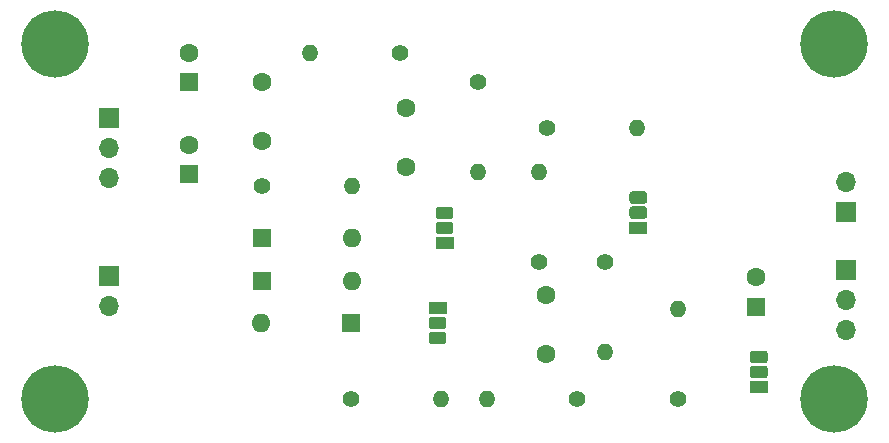
<source format=gbr>
G04 #@! TF.GenerationSoftware,KiCad,Pcbnew,(5.0.0)*
G04 #@! TF.CreationDate,2019-11-29T15:53:21+00:00*
G04 #@! TF.ProjectId,Sound Board,536F756E6420426F6172642E6B696361,rev?*
G04 #@! TF.SameCoordinates,Original*
G04 #@! TF.FileFunction,Soldermask,Bot*
G04 #@! TF.FilePolarity,Negative*
%FSLAX46Y46*%
G04 Gerber Fmt 4.6, Leading zero omitted, Abs format (unit mm)*
G04 Created by KiCad (PCBNEW (5.0.0)) date 11/29/19 15:53:21*
%MOMM*%
%LPD*%
G01*
G04 APERTURE LIST*
%ADD10C,5.700000*%
%ADD11O,1.600000X1.600000*%
%ADD12R,1.600000X1.600000*%
%ADD13O,1.700000X1.700000*%
%ADD14R,1.700000X1.700000*%
%ADD15C,1.400000*%
%ADD16O,1.400000X1.400000*%
%ADD17C,0.100000*%
%ADD18C,1.050000*%
%ADD19R,1.500000X1.050000*%
%ADD20C,1.600000*%
G04 APERTURE END LIST*
D10*
G04 #@! TO.C,H1*
X165000000Y-85000000D03*
G04 #@! TD*
G04 #@! TO.C,H2*
X99000000Y-85000000D03*
G04 #@! TD*
G04 #@! TO.C,H3*
X99000000Y-115000000D03*
G04 #@! TD*
G04 #@! TO.C,H4*
X165000000Y-115000000D03*
G04 #@! TD*
D11*
G04 #@! TO.C,D1*
X124120000Y-101400000D03*
D12*
X116500000Y-101400000D03*
G04 #@! TD*
G04 #@! TO.C,D2*
X116500000Y-105000000D03*
D11*
X124120000Y-105000000D03*
G04 #@! TD*
G04 #@! TO.C,D3*
X116480000Y-108600000D03*
D12*
X124100000Y-108600000D03*
G04 #@! TD*
D13*
G04 #@! TO.C,J1*
X103600000Y-107140000D03*
D14*
X103600000Y-104600000D03*
G04 #@! TD*
G04 #@! TO.C,LS1*
X166000000Y-99200000D03*
D13*
X166000000Y-96660000D03*
G04 #@! TD*
D15*
G04 #@! TO.C,R10*
X116500000Y-97000000D03*
D16*
X124120000Y-97000000D03*
G04 #@! TD*
G04 #@! TO.C,R11*
X131720000Y-115000000D03*
D15*
X124100000Y-115000000D03*
G04 #@! TD*
D16*
G04 #@! TO.C,R12*
X140000000Y-95780000D03*
D15*
X140000000Y-103400000D03*
G04 #@! TD*
G04 #@! TO.C,R13*
X145600000Y-103400000D03*
D16*
X145600000Y-111020000D03*
G04 #@! TD*
G04 #@! TO.C,R14*
X135580000Y-115000000D03*
D15*
X143200000Y-115000000D03*
G04 #@! TD*
G04 #@! TO.C,R15*
X134800000Y-88200000D03*
D16*
X134800000Y-95820000D03*
G04 #@! TD*
D15*
G04 #@! TO.C,R16*
X140700000Y-92100000D03*
D16*
X148320000Y-92100000D03*
G04 #@! TD*
G04 #@! TO.C,R17*
X120580000Y-85700000D03*
D15*
X128200000Y-85700000D03*
G04 #@! TD*
D16*
G04 #@! TO.C,R18*
X151800000Y-107380000D03*
D15*
X151800000Y-115000000D03*
G04 #@! TD*
D17*
G04 #@! TO.C,VT3*
G36*
X131913229Y-108046264D02*
X131938711Y-108050044D01*
X131963700Y-108056303D01*
X131987954Y-108064982D01*
X132011242Y-108075996D01*
X132033337Y-108089239D01*
X132054028Y-108104585D01*
X132073116Y-108121884D01*
X132090415Y-108140972D01*
X132105761Y-108161663D01*
X132119004Y-108183758D01*
X132130018Y-108207046D01*
X132138697Y-108231300D01*
X132144956Y-108256289D01*
X132148736Y-108281771D01*
X132150000Y-108307500D01*
X132150000Y-108832500D01*
X132148736Y-108858229D01*
X132144956Y-108883711D01*
X132138697Y-108908700D01*
X132130018Y-108932954D01*
X132119004Y-108956242D01*
X132105761Y-108978337D01*
X132090415Y-108999028D01*
X132073116Y-109018116D01*
X132054028Y-109035415D01*
X132033337Y-109050761D01*
X132011242Y-109064004D01*
X131987954Y-109075018D01*
X131963700Y-109083697D01*
X131938711Y-109089956D01*
X131913229Y-109093736D01*
X131887500Y-109095000D01*
X130912500Y-109095000D01*
X130886771Y-109093736D01*
X130861289Y-109089956D01*
X130836300Y-109083697D01*
X130812046Y-109075018D01*
X130788758Y-109064004D01*
X130766663Y-109050761D01*
X130745972Y-109035415D01*
X130726884Y-109018116D01*
X130709585Y-108999028D01*
X130694239Y-108978337D01*
X130680996Y-108956242D01*
X130669982Y-108932954D01*
X130661303Y-108908700D01*
X130655044Y-108883711D01*
X130651264Y-108858229D01*
X130650000Y-108832500D01*
X130650000Y-108307500D01*
X130651264Y-108281771D01*
X130655044Y-108256289D01*
X130661303Y-108231300D01*
X130669982Y-108207046D01*
X130680996Y-108183758D01*
X130694239Y-108161663D01*
X130709585Y-108140972D01*
X130726884Y-108121884D01*
X130745972Y-108104585D01*
X130766663Y-108089239D01*
X130788758Y-108075996D01*
X130812046Y-108064982D01*
X130836300Y-108056303D01*
X130861289Y-108050044D01*
X130886771Y-108046264D01*
X130912500Y-108045000D01*
X131887500Y-108045000D01*
X131913229Y-108046264D01*
X131913229Y-108046264D01*
G37*
D18*
X131400000Y-108570000D03*
D17*
G36*
X131913229Y-109316264D02*
X131938711Y-109320044D01*
X131963700Y-109326303D01*
X131987954Y-109334982D01*
X132011242Y-109345996D01*
X132033337Y-109359239D01*
X132054028Y-109374585D01*
X132073116Y-109391884D01*
X132090415Y-109410972D01*
X132105761Y-109431663D01*
X132119004Y-109453758D01*
X132130018Y-109477046D01*
X132138697Y-109501300D01*
X132144956Y-109526289D01*
X132148736Y-109551771D01*
X132150000Y-109577500D01*
X132150000Y-110102500D01*
X132148736Y-110128229D01*
X132144956Y-110153711D01*
X132138697Y-110178700D01*
X132130018Y-110202954D01*
X132119004Y-110226242D01*
X132105761Y-110248337D01*
X132090415Y-110269028D01*
X132073116Y-110288116D01*
X132054028Y-110305415D01*
X132033337Y-110320761D01*
X132011242Y-110334004D01*
X131987954Y-110345018D01*
X131963700Y-110353697D01*
X131938711Y-110359956D01*
X131913229Y-110363736D01*
X131887500Y-110365000D01*
X130912500Y-110365000D01*
X130886771Y-110363736D01*
X130861289Y-110359956D01*
X130836300Y-110353697D01*
X130812046Y-110345018D01*
X130788758Y-110334004D01*
X130766663Y-110320761D01*
X130745972Y-110305415D01*
X130726884Y-110288116D01*
X130709585Y-110269028D01*
X130694239Y-110248337D01*
X130680996Y-110226242D01*
X130669982Y-110202954D01*
X130661303Y-110178700D01*
X130655044Y-110153711D01*
X130651264Y-110128229D01*
X130650000Y-110102500D01*
X130650000Y-109577500D01*
X130651264Y-109551771D01*
X130655044Y-109526289D01*
X130661303Y-109501300D01*
X130669982Y-109477046D01*
X130680996Y-109453758D01*
X130694239Y-109431663D01*
X130709585Y-109410972D01*
X130726884Y-109391884D01*
X130745972Y-109374585D01*
X130766663Y-109359239D01*
X130788758Y-109345996D01*
X130812046Y-109334982D01*
X130836300Y-109326303D01*
X130861289Y-109320044D01*
X130886771Y-109316264D01*
X130912500Y-109315000D01*
X131887500Y-109315000D01*
X131913229Y-109316264D01*
X131913229Y-109316264D01*
G37*
D18*
X131400000Y-109840000D03*
D19*
X131400000Y-107300000D03*
G04 #@! TD*
D17*
G04 #@! TO.C,VT4*
G36*
X132513229Y-100006264D02*
X132538711Y-100010044D01*
X132563700Y-100016303D01*
X132587954Y-100024982D01*
X132611242Y-100035996D01*
X132633337Y-100049239D01*
X132654028Y-100064585D01*
X132673116Y-100081884D01*
X132690415Y-100100972D01*
X132705761Y-100121663D01*
X132719004Y-100143758D01*
X132730018Y-100167046D01*
X132738697Y-100191300D01*
X132744956Y-100216289D01*
X132748736Y-100241771D01*
X132750000Y-100267500D01*
X132750000Y-100792500D01*
X132748736Y-100818229D01*
X132744956Y-100843711D01*
X132738697Y-100868700D01*
X132730018Y-100892954D01*
X132719004Y-100916242D01*
X132705761Y-100938337D01*
X132690415Y-100959028D01*
X132673116Y-100978116D01*
X132654028Y-100995415D01*
X132633337Y-101010761D01*
X132611242Y-101024004D01*
X132587954Y-101035018D01*
X132563700Y-101043697D01*
X132538711Y-101049956D01*
X132513229Y-101053736D01*
X132487500Y-101055000D01*
X131512500Y-101055000D01*
X131486771Y-101053736D01*
X131461289Y-101049956D01*
X131436300Y-101043697D01*
X131412046Y-101035018D01*
X131388758Y-101024004D01*
X131366663Y-101010761D01*
X131345972Y-100995415D01*
X131326884Y-100978116D01*
X131309585Y-100959028D01*
X131294239Y-100938337D01*
X131280996Y-100916242D01*
X131269982Y-100892954D01*
X131261303Y-100868700D01*
X131255044Y-100843711D01*
X131251264Y-100818229D01*
X131250000Y-100792500D01*
X131250000Y-100267500D01*
X131251264Y-100241771D01*
X131255044Y-100216289D01*
X131261303Y-100191300D01*
X131269982Y-100167046D01*
X131280996Y-100143758D01*
X131294239Y-100121663D01*
X131309585Y-100100972D01*
X131326884Y-100081884D01*
X131345972Y-100064585D01*
X131366663Y-100049239D01*
X131388758Y-100035996D01*
X131412046Y-100024982D01*
X131436300Y-100016303D01*
X131461289Y-100010044D01*
X131486771Y-100006264D01*
X131512500Y-100005000D01*
X132487500Y-100005000D01*
X132513229Y-100006264D01*
X132513229Y-100006264D01*
G37*
D18*
X132000000Y-100530000D03*
D17*
G36*
X132513229Y-98736264D02*
X132538711Y-98740044D01*
X132563700Y-98746303D01*
X132587954Y-98754982D01*
X132611242Y-98765996D01*
X132633337Y-98779239D01*
X132654028Y-98794585D01*
X132673116Y-98811884D01*
X132690415Y-98830972D01*
X132705761Y-98851663D01*
X132719004Y-98873758D01*
X132730018Y-98897046D01*
X132738697Y-98921300D01*
X132744956Y-98946289D01*
X132748736Y-98971771D01*
X132750000Y-98997500D01*
X132750000Y-99522500D01*
X132748736Y-99548229D01*
X132744956Y-99573711D01*
X132738697Y-99598700D01*
X132730018Y-99622954D01*
X132719004Y-99646242D01*
X132705761Y-99668337D01*
X132690415Y-99689028D01*
X132673116Y-99708116D01*
X132654028Y-99725415D01*
X132633337Y-99740761D01*
X132611242Y-99754004D01*
X132587954Y-99765018D01*
X132563700Y-99773697D01*
X132538711Y-99779956D01*
X132513229Y-99783736D01*
X132487500Y-99785000D01*
X131512500Y-99785000D01*
X131486771Y-99783736D01*
X131461289Y-99779956D01*
X131436300Y-99773697D01*
X131412046Y-99765018D01*
X131388758Y-99754004D01*
X131366663Y-99740761D01*
X131345972Y-99725415D01*
X131326884Y-99708116D01*
X131309585Y-99689028D01*
X131294239Y-99668337D01*
X131280996Y-99646242D01*
X131269982Y-99622954D01*
X131261303Y-99598700D01*
X131255044Y-99573711D01*
X131251264Y-99548229D01*
X131250000Y-99522500D01*
X131250000Y-98997500D01*
X131251264Y-98971771D01*
X131255044Y-98946289D01*
X131261303Y-98921300D01*
X131269982Y-98897046D01*
X131280996Y-98873758D01*
X131294239Y-98851663D01*
X131309585Y-98830972D01*
X131326884Y-98811884D01*
X131345972Y-98794585D01*
X131366663Y-98779239D01*
X131388758Y-98765996D01*
X131412046Y-98754982D01*
X131436300Y-98746303D01*
X131461289Y-98740044D01*
X131486771Y-98736264D01*
X131512500Y-98735000D01*
X132487500Y-98735000D01*
X132513229Y-98736264D01*
X132513229Y-98736264D01*
G37*
D18*
X132000000Y-99260000D03*
D19*
X132000000Y-101800000D03*
G04 #@! TD*
G04 #@! TO.C,VT5*
X148400000Y-100500000D03*
D17*
G36*
X148913229Y-97436264D02*
X148938711Y-97440044D01*
X148963700Y-97446303D01*
X148987954Y-97454982D01*
X149011242Y-97465996D01*
X149033337Y-97479239D01*
X149054028Y-97494585D01*
X149073116Y-97511884D01*
X149090415Y-97530972D01*
X149105761Y-97551663D01*
X149119004Y-97573758D01*
X149130018Y-97597046D01*
X149138697Y-97621300D01*
X149144956Y-97646289D01*
X149148736Y-97671771D01*
X149150000Y-97697500D01*
X149150000Y-98222500D01*
X149148736Y-98248229D01*
X149144956Y-98273711D01*
X149138697Y-98298700D01*
X149130018Y-98322954D01*
X149119004Y-98346242D01*
X149105761Y-98368337D01*
X149090415Y-98389028D01*
X149073116Y-98408116D01*
X149054028Y-98425415D01*
X149033337Y-98440761D01*
X149011242Y-98454004D01*
X148987954Y-98465018D01*
X148963700Y-98473697D01*
X148938711Y-98479956D01*
X148913229Y-98483736D01*
X148887500Y-98485000D01*
X147912500Y-98485000D01*
X147886771Y-98483736D01*
X147861289Y-98479956D01*
X147836300Y-98473697D01*
X147812046Y-98465018D01*
X147788758Y-98454004D01*
X147766663Y-98440761D01*
X147745972Y-98425415D01*
X147726884Y-98408116D01*
X147709585Y-98389028D01*
X147694239Y-98368337D01*
X147680996Y-98346242D01*
X147669982Y-98322954D01*
X147661303Y-98298700D01*
X147655044Y-98273711D01*
X147651264Y-98248229D01*
X147650000Y-98222500D01*
X147650000Y-97697500D01*
X147651264Y-97671771D01*
X147655044Y-97646289D01*
X147661303Y-97621300D01*
X147669982Y-97597046D01*
X147680996Y-97573758D01*
X147694239Y-97551663D01*
X147709585Y-97530972D01*
X147726884Y-97511884D01*
X147745972Y-97494585D01*
X147766663Y-97479239D01*
X147788758Y-97465996D01*
X147812046Y-97454982D01*
X147836300Y-97446303D01*
X147861289Y-97440044D01*
X147886771Y-97436264D01*
X147912500Y-97435000D01*
X148887500Y-97435000D01*
X148913229Y-97436264D01*
X148913229Y-97436264D01*
G37*
D18*
X148400000Y-97960000D03*
D17*
G36*
X148913229Y-98706264D02*
X148938711Y-98710044D01*
X148963700Y-98716303D01*
X148987954Y-98724982D01*
X149011242Y-98735996D01*
X149033337Y-98749239D01*
X149054028Y-98764585D01*
X149073116Y-98781884D01*
X149090415Y-98800972D01*
X149105761Y-98821663D01*
X149119004Y-98843758D01*
X149130018Y-98867046D01*
X149138697Y-98891300D01*
X149144956Y-98916289D01*
X149148736Y-98941771D01*
X149150000Y-98967500D01*
X149150000Y-99492500D01*
X149148736Y-99518229D01*
X149144956Y-99543711D01*
X149138697Y-99568700D01*
X149130018Y-99592954D01*
X149119004Y-99616242D01*
X149105761Y-99638337D01*
X149090415Y-99659028D01*
X149073116Y-99678116D01*
X149054028Y-99695415D01*
X149033337Y-99710761D01*
X149011242Y-99724004D01*
X148987954Y-99735018D01*
X148963700Y-99743697D01*
X148938711Y-99749956D01*
X148913229Y-99753736D01*
X148887500Y-99755000D01*
X147912500Y-99755000D01*
X147886771Y-99753736D01*
X147861289Y-99749956D01*
X147836300Y-99743697D01*
X147812046Y-99735018D01*
X147788758Y-99724004D01*
X147766663Y-99710761D01*
X147745972Y-99695415D01*
X147726884Y-99678116D01*
X147709585Y-99659028D01*
X147694239Y-99638337D01*
X147680996Y-99616242D01*
X147669982Y-99592954D01*
X147661303Y-99568700D01*
X147655044Y-99543711D01*
X147651264Y-99518229D01*
X147650000Y-99492500D01*
X147650000Y-98967500D01*
X147651264Y-98941771D01*
X147655044Y-98916289D01*
X147661303Y-98891300D01*
X147669982Y-98867046D01*
X147680996Y-98843758D01*
X147694239Y-98821663D01*
X147709585Y-98800972D01*
X147726884Y-98781884D01*
X147745972Y-98764585D01*
X147766663Y-98749239D01*
X147788758Y-98735996D01*
X147812046Y-98724982D01*
X147836300Y-98716303D01*
X147861289Y-98710044D01*
X147886771Y-98706264D01*
X147912500Y-98705000D01*
X148887500Y-98705000D01*
X148913229Y-98706264D01*
X148913229Y-98706264D01*
G37*
D18*
X148400000Y-99230000D03*
G04 #@! TD*
D19*
G04 #@! TO.C,VT6*
X158600000Y-114000000D03*
D17*
G36*
X159113229Y-110936264D02*
X159138711Y-110940044D01*
X159163700Y-110946303D01*
X159187954Y-110954982D01*
X159211242Y-110965996D01*
X159233337Y-110979239D01*
X159254028Y-110994585D01*
X159273116Y-111011884D01*
X159290415Y-111030972D01*
X159305761Y-111051663D01*
X159319004Y-111073758D01*
X159330018Y-111097046D01*
X159338697Y-111121300D01*
X159344956Y-111146289D01*
X159348736Y-111171771D01*
X159350000Y-111197500D01*
X159350000Y-111722500D01*
X159348736Y-111748229D01*
X159344956Y-111773711D01*
X159338697Y-111798700D01*
X159330018Y-111822954D01*
X159319004Y-111846242D01*
X159305761Y-111868337D01*
X159290415Y-111889028D01*
X159273116Y-111908116D01*
X159254028Y-111925415D01*
X159233337Y-111940761D01*
X159211242Y-111954004D01*
X159187954Y-111965018D01*
X159163700Y-111973697D01*
X159138711Y-111979956D01*
X159113229Y-111983736D01*
X159087500Y-111985000D01*
X158112500Y-111985000D01*
X158086771Y-111983736D01*
X158061289Y-111979956D01*
X158036300Y-111973697D01*
X158012046Y-111965018D01*
X157988758Y-111954004D01*
X157966663Y-111940761D01*
X157945972Y-111925415D01*
X157926884Y-111908116D01*
X157909585Y-111889028D01*
X157894239Y-111868337D01*
X157880996Y-111846242D01*
X157869982Y-111822954D01*
X157861303Y-111798700D01*
X157855044Y-111773711D01*
X157851264Y-111748229D01*
X157850000Y-111722500D01*
X157850000Y-111197500D01*
X157851264Y-111171771D01*
X157855044Y-111146289D01*
X157861303Y-111121300D01*
X157869982Y-111097046D01*
X157880996Y-111073758D01*
X157894239Y-111051663D01*
X157909585Y-111030972D01*
X157926884Y-111011884D01*
X157945972Y-110994585D01*
X157966663Y-110979239D01*
X157988758Y-110965996D01*
X158012046Y-110954982D01*
X158036300Y-110946303D01*
X158061289Y-110940044D01*
X158086771Y-110936264D01*
X158112500Y-110935000D01*
X159087500Y-110935000D01*
X159113229Y-110936264D01*
X159113229Y-110936264D01*
G37*
D18*
X158600000Y-111460000D03*
D17*
G36*
X159113229Y-112206264D02*
X159138711Y-112210044D01*
X159163700Y-112216303D01*
X159187954Y-112224982D01*
X159211242Y-112235996D01*
X159233337Y-112249239D01*
X159254028Y-112264585D01*
X159273116Y-112281884D01*
X159290415Y-112300972D01*
X159305761Y-112321663D01*
X159319004Y-112343758D01*
X159330018Y-112367046D01*
X159338697Y-112391300D01*
X159344956Y-112416289D01*
X159348736Y-112441771D01*
X159350000Y-112467500D01*
X159350000Y-112992500D01*
X159348736Y-113018229D01*
X159344956Y-113043711D01*
X159338697Y-113068700D01*
X159330018Y-113092954D01*
X159319004Y-113116242D01*
X159305761Y-113138337D01*
X159290415Y-113159028D01*
X159273116Y-113178116D01*
X159254028Y-113195415D01*
X159233337Y-113210761D01*
X159211242Y-113224004D01*
X159187954Y-113235018D01*
X159163700Y-113243697D01*
X159138711Y-113249956D01*
X159113229Y-113253736D01*
X159087500Y-113255000D01*
X158112500Y-113255000D01*
X158086771Y-113253736D01*
X158061289Y-113249956D01*
X158036300Y-113243697D01*
X158012046Y-113235018D01*
X157988758Y-113224004D01*
X157966663Y-113210761D01*
X157945972Y-113195415D01*
X157926884Y-113178116D01*
X157909585Y-113159028D01*
X157894239Y-113138337D01*
X157880996Y-113116242D01*
X157869982Y-113092954D01*
X157861303Y-113068700D01*
X157855044Y-113043711D01*
X157851264Y-113018229D01*
X157850000Y-112992500D01*
X157850000Y-112467500D01*
X157851264Y-112441771D01*
X157855044Y-112416289D01*
X157861303Y-112391300D01*
X157869982Y-112367046D01*
X157880996Y-112343758D01*
X157894239Y-112321663D01*
X157909585Y-112300972D01*
X157926884Y-112281884D01*
X157945972Y-112264585D01*
X157966663Y-112249239D01*
X157988758Y-112235996D01*
X158012046Y-112224982D01*
X158036300Y-112216303D01*
X158061289Y-112210044D01*
X158086771Y-112206264D01*
X158112500Y-112205000D01*
X159087500Y-112205000D01*
X159113229Y-112206264D01*
X159113229Y-112206264D01*
G37*
D18*
X158600000Y-112730000D03*
G04 #@! TD*
D20*
G04 #@! TO.C,C1*
X140600000Y-111200000D03*
X140600000Y-106200000D03*
G04 #@! TD*
G04 #@! TO.C,C2*
X128700000Y-90400000D03*
X128700000Y-95400000D03*
G04 #@! TD*
D12*
G04 #@! TO.C,C3*
X158400000Y-107200000D03*
D20*
X158400000Y-104700000D03*
G04 #@! TD*
G04 #@! TO.C,C4*
X116500000Y-93200000D03*
X116500000Y-88200000D03*
G04 #@! TD*
D13*
G04 #@! TO.C,J2*
X103600000Y-96280000D03*
X103600000Y-93740000D03*
D14*
X103600000Y-91200000D03*
G04 #@! TD*
G04 #@! TO.C,RV1*
X166000000Y-104100000D03*
D13*
X166000000Y-106640000D03*
X166000000Y-109180000D03*
G04 #@! TD*
D20*
G04 #@! TO.C,C6*
X110400000Y-93500000D03*
D12*
X110400000Y-96000000D03*
G04 #@! TD*
G04 #@! TO.C,C7*
X110400000Y-88200000D03*
D20*
X110400000Y-85700000D03*
G04 #@! TD*
M02*

</source>
